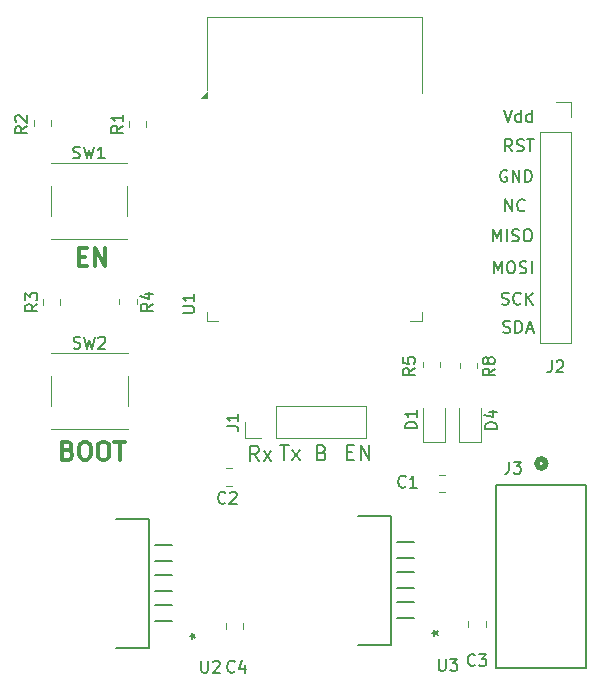
<source format=gto>
%TF.GenerationSoftware,KiCad,Pcbnew,8.0.0*%
%TF.CreationDate,2024-12-15T14:54:56+05:30*%
%TF.ProjectId,RFID_1,52464944-5f31-42e6-9b69-6361645f7063,rev?*%
%TF.SameCoordinates,Original*%
%TF.FileFunction,Legend,Top*%
%TF.FilePolarity,Positive*%
%FSLAX46Y46*%
G04 Gerber Fmt 4.6, Leading zero omitted, Abs format (unit mm)*
G04 Created by KiCad (PCBNEW 8.0.0) date 2024-12-15 14:54:56*
%MOMM*%
%LPD*%
G01*
G04 APERTURE LIST*
%ADD10C,0.300000*%
%ADD11C,0.127000*%
%ADD12C,0.150000*%
%ADD13C,0.152400*%
%ADD14C,0.508000*%
%ADD15C,0.120000*%
G04 APERTURE END LIST*
D10*
X132654510Y-107590114D02*
X132868796Y-107661542D01*
X132868796Y-107661542D02*
X132940225Y-107732971D01*
X132940225Y-107732971D02*
X133011653Y-107875828D01*
X133011653Y-107875828D02*
X133011653Y-108090114D01*
X133011653Y-108090114D02*
X132940225Y-108232971D01*
X132940225Y-108232971D02*
X132868796Y-108304400D01*
X132868796Y-108304400D02*
X132725939Y-108375828D01*
X132725939Y-108375828D02*
X132154510Y-108375828D01*
X132154510Y-108375828D02*
X132154510Y-106875828D01*
X132154510Y-106875828D02*
X132654510Y-106875828D01*
X132654510Y-106875828D02*
X132797368Y-106947257D01*
X132797368Y-106947257D02*
X132868796Y-107018685D01*
X132868796Y-107018685D02*
X132940225Y-107161542D01*
X132940225Y-107161542D02*
X132940225Y-107304400D01*
X132940225Y-107304400D02*
X132868796Y-107447257D01*
X132868796Y-107447257D02*
X132797368Y-107518685D01*
X132797368Y-107518685D02*
X132654510Y-107590114D01*
X132654510Y-107590114D02*
X132154510Y-107590114D01*
X133940225Y-106875828D02*
X134225939Y-106875828D01*
X134225939Y-106875828D02*
X134368796Y-106947257D01*
X134368796Y-106947257D02*
X134511653Y-107090114D01*
X134511653Y-107090114D02*
X134583082Y-107375828D01*
X134583082Y-107375828D02*
X134583082Y-107875828D01*
X134583082Y-107875828D02*
X134511653Y-108161542D01*
X134511653Y-108161542D02*
X134368796Y-108304400D01*
X134368796Y-108304400D02*
X134225939Y-108375828D01*
X134225939Y-108375828D02*
X133940225Y-108375828D01*
X133940225Y-108375828D02*
X133797368Y-108304400D01*
X133797368Y-108304400D02*
X133654510Y-108161542D01*
X133654510Y-108161542D02*
X133583082Y-107875828D01*
X133583082Y-107875828D02*
X133583082Y-107375828D01*
X133583082Y-107375828D02*
X133654510Y-107090114D01*
X133654510Y-107090114D02*
X133797368Y-106947257D01*
X133797368Y-106947257D02*
X133940225Y-106875828D01*
X135511654Y-106875828D02*
X135797368Y-106875828D01*
X135797368Y-106875828D02*
X135940225Y-106947257D01*
X135940225Y-106947257D02*
X136083082Y-107090114D01*
X136083082Y-107090114D02*
X136154511Y-107375828D01*
X136154511Y-107375828D02*
X136154511Y-107875828D01*
X136154511Y-107875828D02*
X136083082Y-108161542D01*
X136083082Y-108161542D02*
X135940225Y-108304400D01*
X135940225Y-108304400D02*
X135797368Y-108375828D01*
X135797368Y-108375828D02*
X135511654Y-108375828D01*
X135511654Y-108375828D02*
X135368797Y-108304400D01*
X135368797Y-108304400D02*
X135225939Y-108161542D01*
X135225939Y-108161542D02*
X135154511Y-107875828D01*
X135154511Y-107875828D02*
X135154511Y-107375828D01*
X135154511Y-107375828D02*
X135225939Y-107090114D01*
X135225939Y-107090114D02*
X135368797Y-106947257D01*
X135368797Y-106947257D02*
X135511654Y-106875828D01*
X136583083Y-106875828D02*
X137440226Y-106875828D01*
X137011654Y-108375828D02*
X137011654Y-106875828D01*
X133554510Y-91190114D02*
X134054510Y-91190114D01*
X134268796Y-91975828D02*
X133554510Y-91975828D01*
X133554510Y-91975828D02*
X133554510Y-90475828D01*
X133554510Y-90475828D02*
X134268796Y-90475828D01*
X134911653Y-91975828D02*
X134911653Y-90475828D01*
X134911653Y-90475828D02*
X135768796Y-91975828D01*
X135768796Y-91975828D02*
X135768796Y-90475828D01*
D11*
X150604504Y-107142972D02*
X151330218Y-107142972D01*
X150967361Y-108412972D02*
X150967361Y-107142972D01*
X151632599Y-108412972D02*
X152297837Y-107566305D01*
X151632599Y-107566305D02*
X152297837Y-108412972D01*
X169807647Y-83901437D02*
X169710885Y-83853056D01*
X169710885Y-83853056D02*
X169565742Y-83853056D01*
X169565742Y-83853056D02*
X169420599Y-83901437D01*
X169420599Y-83901437D02*
X169323837Y-83998199D01*
X169323837Y-83998199D02*
X169275456Y-84094961D01*
X169275456Y-84094961D02*
X169227075Y-84288485D01*
X169227075Y-84288485D02*
X169227075Y-84433628D01*
X169227075Y-84433628D02*
X169275456Y-84627152D01*
X169275456Y-84627152D02*
X169323837Y-84723914D01*
X169323837Y-84723914D02*
X169420599Y-84820676D01*
X169420599Y-84820676D02*
X169565742Y-84869056D01*
X169565742Y-84869056D02*
X169662504Y-84869056D01*
X169662504Y-84869056D02*
X169807647Y-84820676D01*
X169807647Y-84820676D02*
X169856028Y-84772295D01*
X169856028Y-84772295D02*
X169856028Y-84433628D01*
X169856028Y-84433628D02*
X169662504Y-84433628D01*
X170291456Y-84869056D02*
X170291456Y-83853056D01*
X170291456Y-83853056D02*
X170872028Y-84869056D01*
X170872028Y-84869056D02*
X170872028Y-83853056D01*
X171355837Y-84869056D02*
X171355837Y-83853056D01*
X171355837Y-83853056D02*
X171597742Y-83853056D01*
X171597742Y-83853056D02*
X171742885Y-83901437D01*
X171742885Y-83901437D02*
X171839647Y-83998199D01*
X171839647Y-83998199D02*
X171888028Y-84094961D01*
X171888028Y-84094961D02*
X171936409Y-84288485D01*
X171936409Y-84288485D02*
X171936409Y-84433628D01*
X171936409Y-84433628D02*
X171888028Y-84627152D01*
X171888028Y-84627152D02*
X171839647Y-84723914D01*
X171839647Y-84723914D02*
X171742885Y-84820676D01*
X171742885Y-84820676D02*
X171597742Y-84869056D01*
X171597742Y-84869056D02*
X171355837Y-84869056D01*
X169502075Y-97595676D02*
X169647218Y-97644056D01*
X169647218Y-97644056D02*
X169889123Y-97644056D01*
X169889123Y-97644056D02*
X169985885Y-97595676D01*
X169985885Y-97595676D02*
X170034266Y-97547295D01*
X170034266Y-97547295D02*
X170082647Y-97450533D01*
X170082647Y-97450533D02*
X170082647Y-97353771D01*
X170082647Y-97353771D02*
X170034266Y-97257009D01*
X170034266Y-97257009D02*
X169985885Y-97208628D01*
X169985885Y-97208628D02*
X169889123Y-97160247D01*
X169889123Y-97160247D02*
X169695599Y-97111866D01*
X169695599Y-97111866D02*
X169598837Y-97063485D01*
X169598837Y-97063485D02*
X169550456Y-97015104D01*
X169550456Y-97015104D02*
X169502075Y-96918342D01*
X169502075Y-96918342D02*
X169502075Y-96821580D01*
X169502075Y-96821580D02*
X169550456Y-96724818D01*
X169550456Y-96724818D02*
X169598837Y-96676437D01*
X169598837Y-96676437D02*
X169695599Y-96628056D01*
X169695599Y-96628056D02*
X169937504Y-96628056D01*
X169937504Y-96628056D02*
X170082647Y-96676437D01*
X170518075Y-97644056D02*
X170518075Y-96628056D01*
X170518075Y-96628056D02*
X170759980Y-96628056D01*
X170759980Y-96628056D02*
X170905123Y-96676437D01*
X170905123Y-96676437D02*
X171001885Y-96773199D01*
X171001885Y-96773199D02*
X171050266Y-96869961D01*
X171050266Y-96869961D02*
X171098647Y-97063485D01*
X171098647Y-97063485D02*
X171098647Y-97208628D01*
X171098647Y-97208628D02*
X171050266Y-97402152D01*
X171050266Y-97402152D02*
X171001885Y-97498914D01*
X171001885Y-97498914D02*
X170905123Y-97595676D01*
X170905123Y-97595676D02*
X170759980Y-97644056D01*
X170759980Y-97644056D02*
X170518075Y-97644056D01*
X171485694Y-97353771D02*
X171969504Y-97353771D01*
X171388932Y-97644056D02*
X171727599Y-96628056D01*
X171727599Y-96628056D02*
X172066266Y-97644056D01*
X169530313Y-78778056D02*
X169868980Y-79794056D01*
X169868980Y-79794056D02*
X170207647Y-78778056D01*
X170981742Y-79794056D02*
X170981742Y-78778056D01*
X170981742Y-79745676D02*
X170884980Y-79794056D01*
X170884980Y-79794056D02*
X170691456Y-79794056D01*
X170691456Y-79794056D02*
X170594694Y-79745676D01*
X170594694Y-79745676D02*
X170546313Y-79697295D01*
X170546313Y-79697295D02*
X170497932Y-79600533D01*
X170497932Y-79600533D02*
X170497932Y-79310247D01*
X170497932Y-79310247D02*
X170546313Y-79213485D01*
X170546313Y-79213485D02*
X170594694Y-79165104D01*
X170594694Y-79165104D02*
X170691456Y-79116723D01*
X170691456Y-79116723D02*
X170884980Y-79116723D01*
X170884980Y-79116723D02*
X170981742Y-79165104D01*
X171900980Y-79794056D02*
X171900980Y-78778056D01*
X171900980Y-79745676D02*
X171804218Y-79794056D01*
X171804218Y-79794056D02*
X171610694Y-79794056D01*
X171610694Y-79794056D02*
X171513932Y-79745676D01*
X171513932Y-79745676D02*
X171465551Y-79697295D01*
X171465551Y-79697295D02*
X171417170Y-79600533D01*
X171417170Y-79600533D02*
X171417170Y-79310247D01*
X171417170Y-79310247D02*
X171465551Y-79213485D01*
X171465551Y-79213485D02*
X171513932Y-79165104D01*
X171513932Y-79165104D02*
X171610694Y-79116723D01*
X171610694Y-79116723D02*
X171804218Y-79116723D01*
X171804218Y-79116723D02*
X171900980Y-79165104D01*
X156285932Y-107722734D02*
X156709266Y-107722734D01*
X156890694Y-108387972D02*
X156285932Y-108387972D01*
X156285932Y-108387972D02*
X156285932Y-107117972D01*
X156285932Y-107117972D02*
X156890694Y-107117972D01*
X157434980Y-108387972D02*
X157434980Y-107117972D01*
X157434980Y-107117972D02*
X158160695Y-108387972D01*
X158160695Y-108387972D02*
X158160695Y-107117972D01*
X169675456Y-87344056D02*
X169675456Y-86328056D01*
X169675456Y-86328056D02*
X170256028Y-87344056D01*
X170256028Y-87344056D02*
X170256028Y-86328056D01*
X171320409Y-87247295D02*
X171272028Y-87295676D01*
X171272028Y-87295676D02*
X171126885Y-87344056D01*
X171126885Y-87344056D02*
X171030123Y-87344056D01*
X171030123Y-87344056D02*
X170884980Y-87295676D01*
X170884980Y-87295676D02*
X170788218Y-87198914D01*
X170788218Y-87198914D02*
X170739837Y-87102152D01*
X170739837Y-87102152D02*
X170691456Y-86908628D01*
X170691456Y-86908628D02*
X170691456Y-86763485D01*
X170691456Y-86763485D02*
X170739837Y-86569961D01*
X170739837Y-86569961D02*
X170788218Y-86473199D01*
X170788218Y-86473199D02*
X170884980Y-86376437D01*
X170884980Y-86376437D02*
X171030123Y-86328056D01*
X171030123Y-86328056D02*
X171126885Y-86328056D01*
X171126885Y-86328056D02*
X171272028Y-86376437D01*
X171272028Y-86376437D02*
X171320409Y-86424818D01*
X170256028Y-82269056D02*
X169917361Y-81785247D01*
X169675456Y-82269056D02*
X169675456Y-81253056D01*
X169675456Y-81253056D02*
X170062504Y-81253056D01*
X170062504Y-81253056D02*
X170159266Y-81301437D01*
X170159266Y-81301437D02*
X170207647Y-81349818D01*
X170207647Y-81349818D02*
X170256028Y-81446580D01*
X170256028Y-81446580D02*
X170256028Y-81591723D01*
X170256028Y-81591723D02*
X170207647Y-81688485D01*
X170207647Y-81688485D02*
X170159266Y-81736866D01*
X170159266Y-81736866D02*
X170062504Y-81785247D01*
X170062504Y-81785247D02*
X169675456Y-81785247D01*
X170643075Y-82220676D02*
X170788218Y-82269056D01*
X170788218Y-82269056D02*
X171030123Y-82269056D01*
X171030123Y-82269056D02*
X171126885Y-82220676D01*
X171126885Y-82220676D02*
X171175266Y-82172295D01*
X171175266Y-82172295D02*
X171223647Y-82075533D01*
X171223647Y-82075533D02*
X171223647Y-81978771D01*
X171223647Y-81978771D02*
X171175266Y-81882009D01*
X171175266Y-81882009D02*
X171126885Y-81833628D01*
X171126885Y-81833628D02*
X171030123Y-81785247D01*
X171030123Y-81785247D02*
X170836599Y-81736866D01*
X170836599Y-81736866D02*
X170739837Y-81688485D01*
X170739837Y-81688485D02*
X170691456Y-81640104D01*
X170691456Y-81640104D02*
X170643075Y-81543342D01*
X170643075Y-81543342D02*
X170643075Y-81446580D01*
X170643075Y-81446580D02*
X170691456Y-81349818D01*
X170691456Y-81349818D02*
X170739837Y-81301437D01*
X170739837Y-81301437D02*
X170836599Y-81253056D01*
X170836599Y-81253056D02*
X171078504Y-81253056D01*
X171078504Y-81253056D02*
X171223647Y-81301437D01*
X171513932Y-81253056D02*
X172094504Y-81253056D01*
X171804218Y-82269056D02*
X171804218Y-81253056D01*
X169377075Y-95195676D02*
X169522218Y-95244056D01*
X169522218Y-95244056D02*
X169764123Y-95244056D01*
X169764123Y-95244056D02*
X169860885Y-95195676D01*
X169860885Y-95195676D02*
X169909266Y-95147295D01*
X169909266Y-95147295D02*
X169957647Y-95050533D01*
X169957647Y-95050533D02*
X169957647Y-94953771D01*
X169957647Y-94953771D02*
X169909266Y-94857009D01*
X169909266Y-94857009D02*
X169860885Y-94808628D01*
X169860885Y-94808628D02*
X169764123Y-94760247D01*
X169764123Y-94760247D02*
X169570599Y-94711866D01*
X169570599Y-94711866D02*
X169473837Y-94663485D01*
X169473837Y-94663485D02*
X169425456Y-94615104D01*
X169425456Y-94615104D02*
X169377075Y-94518342D01*
X169377075Y-94518342D02*
X169377075Y-94421580D01*
X169377075Y-94421580D02*
X169425456Y-94324818D01*
X169425456Y-94324818D02*
X169473837Y-94276437D01*
X169473837Y-94276437D02*
X169570599Y-94228056D01*
X169570599Y-94228056D02*
X169812504Y-94228056D01*
X169812504Y-94228056D02*
X169957647Y-94276437D01*
X170973647Y-95147295D02*
X170925266Y-95195676D01*
X170925266Y-95195676D02*
X170780123Y-95244056D01*
X170780123Y-95244056D02*
X170683361Y-95244056D01*
X170683361Y-95244056D02*
X170538218Y-95195676D01*
X170538218Y-95195676D02*
X170441456Y-95098914D01*
X170441456Y-95098914D02*
X170393075Y-95002152D01*
X170393075Y-95002152D02*
X170344694Y-94808628D01*
X170344694Y-94808628D02*
X170344694Y-94663485D01*
X170344694Y-94663485D02*
X170393075Y-94469961D01*
X170393075Y-94469961D02*
X170441456Y-94373199D01*
X170441456Y-94373199D02*
X170538218Y-94276437D01*
X170538218Y-94276437D02*
X170683361Y-94228056D01*
X170683361Y-94228056D02*
X170780123Y-94228056D01*
X170780123Y-94228056D02*
X170925266Y-94276437D01*
X170925266Y-94276437D02*
X170973647Y-94324818D01*
X171409075Y-95244056D02*
X171409075Y-94228056D01*
X171989647Y-95244056D02*
X171554218Y-94663485D01*
X171989647Y-94228056D02*
X171409075Y-94808628D01*
X168650456Y-89894056D02*
X168650456Y-88878056D01*
X168650456Y-88878056D02*
X168989123Y-89603771D01*
X168989123Y-89603771D02*
X169327790Y-88878056D01*
X169327790Y-88878056D02*
X169327790Y-89894056D01*
X169811599Y-89894056D02*
X169811599Y-88878056D01*
X170247028Y-89845676D02*
X170392171Y-89894056D01*
X170392171Y-89894056D02*
X170634076Y-89894056D01*
X170634076Y-89894056D02*
X170730838Y-89845676D01*
X170730838Y-89845676D02*
X170779219Y-89797295D01*
X170779219Y-89797295D02*
X170827600Y-89700533D01*
X170827600Y-89700533D02*
X170827600Y-89603771D01*
X170827600Y-89603771D02*
X170779219Y-89507009D01*
X170779219Y-89507009D02*
X170730838Y-89458628D01*
X170730838Y-89458628D02*
X170634076Y-89410247D01*
X170634076Y-89410247D02*
X170440552Y-89361866D01*
X170440552Y-89361866D02*
X170343790Y-89313485D01*
X170343790Y-89313485D02*
X170295409Y-89265104D01*
X170295409Y-89265104D02*
X170247028Y-89168342D01*
X170247028Y-89168342D02*
X170247028Y-89071580D01*
X170247028Y-89071580D02*
X170295409Y-88974818D01*
X170295409Y-88974818D02*
X170343790Y-88926437D01*
X170343790Y-88926437D02*
X170440552Y-88878056D01*
X170440552Y-88878056D02*
X170682457Y-88878056D01*
X170682457Y-88878056D02*
X170827600Y-88926437D01*
X171456552Y-88878056D02*
X171650076Y-88878056D01*
X171650076Y-88878056D02*
X171746838Y-88926437D01*
X171746838Y-88926437D02*
X171843600Y-89023199D01*
X171843600Y-89023199D02*
X171891981Y-89216723D01*
X171891981Y-89216723D02*
X171891981Y-89555390D01*
X171891981Y-89555390D02*
X171843600Y-89748914D01*
X171843600Y-89748914D02*
X171746838Y-89845676D01*
X171746838Y-89845676D02*
X171650076Y-89894056D01*
X171650076Y-89894056D02*
X171456552Y-89894056D01*
X171456552Y-89894056D02*
X171359790Y-89845676D01*
X171359790Y-89845676D02*
X171263028Y-89748914D01*
X171263028Y-89748914D02*
X171214647Y-89555390D01*
X171214647Y-89555390D02*
X171214647Y-89216723D01*
X171214647Y-89216723D02*
X171263028Y-89023199D01*
X171263028Y-89023199D02*
X171359790Y-88926437D01*
X171359790Y-88926437D02*
X171456552Y-88878056D01*
X168700456Y-92594056D02*
X168700456Y-91578056D01*
X168700456Y-91578056D02*
X169039123Y-92303771D01*
X169039123Y-92303771D02*
X169377790Y-91578056D01*
X169377790Y-91578056D02*
X169377790Y-92594056D01*
X170055123Y-91578056D02*
X170248647Y-91578056D01*
X170248647Y-91578056D02*
X170345409Y-91626437D01*
X170345409Y-91626437D02*
X170442171Y-91723199D01*
X170442171Y-91723199D02*
X170490552Y-91916723D01*
X170490552Y-91916723D02*
X170490552Y-92255390D01*
X170490552Y-92255390D02*
X170442171Y-92448914D01*
X170442171Y-92448914D02*
X170345409Y-92545676D01*
X170345409Y-92545676D02*
X170248647Y-92594056D01*
X170248647Y-92594056D02*
X170055123Y-92594056D01*
X170055123Y-92594056D02*
X169958361Y-92545676D01*
X169958361Y-92545676D02*
X169861599Y-92448914D01*
X169861599Y-92448914D02*
X169813218Y-92255390D01*
X169813218Y-92255390D02*
X169813218Y-91916723D01*
X169813218Y-91916723D02*
X169861599Y-91723199D01*
X169861599Y-91723199D02*
X169958361Y-91626437D01*
X169958361Y-91626437D02*
X170055123Y-91578056D01*
X170877599Y-92545676D02*
X171022742Y-92594056D01*
X171022742Y-92594056D02*
X171264647Y-92594056D01*
X171264647Y-92594056D02*
X171361409Y-92545676D01*
X171361409Y-92545676D02*
X171409790Y-92497295D01*
X171409790Y-92497295D02*
X171458171Y-92400533D01*
X171458171Y-92400533D02*
X171458171Y-92303771D01*
X171458171Y-92303771D02*
X171409790Y-92207009D01*
X171409790Y-92207009D02*
X171361409Y-92158628D01*
X171361409Y-92158628D02*
X171264647Y-92110247D01*
X171264647Y-92110247D02*
X171071123Y-92061866D01*
X171071123Y-92061866D02*
X170974361Y-92013485D01*
X170974361Y-92013485D02*
X170925980Y-91965104D01*
X170925980Y-91965104D02*
X170877599Y-91868342D01*
X170877599Y-91868342D02*
X170877599Y-91771580D01*
X170877599Y-91771580D02*
X170925980Y-91674818D01*
X170925980Y-91674818D02*
X170974361Y-91626437D01*
X170974361Y-91626437D02*
X171071123Y-91578056D01*
X171071123Y-91578056D02*
X171313028Y-91578056D01*
X171313028Y-91578056D02*
X171458171Y-91626437D01*
X171893599Y-92594056D02*
X171893599Y-91578056D01*
X148786647Y-108462972D02*
X148363313Y-107858210D01*
X148060932Y-108462972D02*
X148060932Y-107192972D01*
X148060932Y-107192972D02*
X148544742Y-107192972D01*
X148544742Y-107192972D02*
X148665694Y-107253448D01*
X148665694Y-107253448D02*
X148726171Y-107313924D01*
X148726171Y-107313924D02*
X148786647Y-107434876D01*
X148786647Y-107434876D02*
X148786647Y-107616305D01*
X148786647Y-107616305D02*
X148726171Y-107737257D01*
X148726171Y-107737257D02*
X148665694Y-107797734D01*
X148665694Y-107797734D02*
X148544742Y-107858210D01*
X148544742Y-107858210D02*
X148060932Y-107858210D01*
X149209980Y-108462972D02*
X149875218Y-107616305D01*
X149209980Y-107616305D02*
X149875218Y-108462972D01*
X154134266Y-107772734D02*
X154315694Y-107833210D01*
X154315694Y-107833210D02*
X154376171Y-107893686D01*
X154376171Y-107893686D02*
X154436647Y-108014638D01*
X154436647Y-108014638D02*
X154436647Y-108196067D01*
X154436647Y-108196067D02*
X154376171Y-108317019D01*
X154376171Y-108317019D02*
X154315694Y-108377496D01*
X154315694Y-108377496D02*
X154194742Y-108437972D01*
X154194742Y-108437972D02*
X153710932Y-108437972D01*
X153710932Y-108437972D02*
X153710932Y-107167972D01*
X153710932Y-107167972D02*
X154134266Y-107167972D01*
X154134266Y-107167972D02*
X154255218Y-107228448D01*
X154255218Y-107228448D02*
X154315694Y-107288924D01*
X154315694Y-107288924D02*
X154376171Y-107409876D01*
X154376171Y-107409876D02*
X154376171Y-107530829D01*
X154376171Y-107530829D02*
X154315694Y-107651781D01*
X154315694Y-107651781D02*
X154255218Y-107712257D01*
X154255218Y-107712257D02*
X154134266Y-107772734D01*
X154134266Y-107772734D02*
X153710932Y-107772734D01*
D12*
X164045795Y-125248819D02*
X164045795Y-126058342D01*
X164045795Y-126058342D02*
X164093414Y-126153580D01*
X164093414Y-126153580D02*
X164141033Y-126201200D01*
X164141033Y-126201200D02*
X164236271Y-126248819D01*
X164236271Y-126248819D02*
X164426747Y-126248819D01*
X164426747Y-126248819D02*
X164521985Y-126201200D01*
X164521985Y-126201200D02*
X164569604Y-126153580D01*
X164569604Y-126153580D02*
X164617223Y-126058342D01*
X164617223Y-126058342D02*
X164617223Y-125248819D01*
X164998176Y-125248819D02*
X165617223Y-125248819D01*
X165617223Y-125248819D02*
X165283890Y-125629771D01*
X165283890Y-125629771D02*
X165426747Y-125629771D01*
X165426747Y-125629771D02*
X165521985Y-125677390D01*
X165521985Y-125677390D02*
X165569604Y-125725009D01*
X165569604Y-125725009D02*
X165617223Y-125820247D01*
X165617223Y-125820247D02*
X165617223Y-126058342D01*
X165617223Y-126058342D02*
X165569604Y-126153580D01*
X165569604Y-126153580D02*
X165521985Y-126201200D01*
X165521985Y-126201200D02*
X165426747Y-126248819D01*
X165426747Y-126248819D02*
X165141033Y-126248819D01*
X165141033Y-126248819D02*
X165045795Y-126201200D01*
X165045795Y-126201200D02*
X164998176Y-126153580D01*
X163505119Y-123044999D02*
X163743214Y-123044999D01*
X163647976Y-123283094D02*
X163743214Y-123044999D01*
X163743214Y-123044999D02*
X163647976Y-122806904D01*
X163933690Y-123187856D02*
X163743214Y-123044999D01*
X163743214Y-123044999D02*
X163933690Y-122902142D01*
X163505119Y-123044999D02*
X163743214Y-123044999D01*
X163647976Y-123283094D02*
X163743214Y-123044999D01*
X163743214Y-123044999D02*
X163647976Y-122806904D01*
X163933690Y-123187856D02*
X163743214Y-123044999D01*
X163743214Y-123044999D02*
X163933690Y-122902142D01*
X169991666Y-108554819D02*
X169991666Y-109269104D01*
X169991666Y-109269104D02*
X169944047Y-109411961D01*
X169944047Y-109411961D02*
X169848809Y-109507200D01*
X169848809Y-109507200D02*
X169705952Y-109554819D01*
X169705952Y-109554819D02*
X169610714Y-109554819D01*
X170372619Y-108554819D02*
X170991666Y-108554819D01*
X170991666Y-108554819D02*
X170658333Y-108935771D01*
X170658333Y-108935771D02*
X170801190Y-108935771D01*
X170801190Y-108935771D02*
X170896428Y-108983390D01*
X170896428Y-108983390D02*
X170944047Y-109031009D01*
X170944047Y-109031009D02*
X170991666Y-109126247D01*
X170991666Y-109126247D02*
X170991666Y-109364342D01*
X170991666Y-109364342D02*
X170944047Y-109459580D01*
X170944047Y-109459580D02*
X170896428Y-109507200D01*
X170896428Y-109507200D02*
X170801190Y-109554819D01*
X170801190Y-109554819D02*
X170515476Y-109554819D01*
X170515476Y-109554819D02*
X170420238Y-109507200D01*
X170420238Y-109507200D02*
X170372619Y-109459580D01*
X130046619Y-95204066D02*
X129570428Y-95537399D01*
X130046619Y-95775494D02*
X129046619Y-95775494D01*
X129046619Y-95775494D02*
X129046619Y-95394542D01*
X129046619Y-95394542D02*
X129094238Y-95299304D01*
X129094238Y-95299304D02*
X129141857Y-95251685D01*
X129141857Y-95251685D02*
X129237095Y-95204066D01*
X129237095Y-95204066D02*
X129379952Y-95204066D01*
X129379952Y-95204066D02*
X129475190Y-95251685D01*
X129475190Y-95251685D02*
X129522809Y-95299304D01*
X129522809Y-95299304D02*
X129570428Y-95394542D01*
X129570428Y-95394542D02*
X129570428Y-95775494D01*
X129046619Y-94870732D02*
X129046619Y-94251685D01*
X129046619Y-94251685D02*
X129427571Y-94585018D01*
X129427571Y-94585018D02*
X129427571Y-94442161D01*
X129427571Y-94442161D02*
X129475190Y-94346923D01*
X129475190Y-94346923D02*
X129522809Y-94299304D01*
X129522809Y-94299304D02*
X129618047Y-94251685D01*
X129618047Y-94251685D02*
X129856142Y-94251685D01*
X129856142Y-94251685D02*
X129951380Y-94299304D01*
X129951380Y-94299304D02*
X129999000Y-94346923D01*
X129999000Y-94346923D02*
X130046619Y-94442161D01*
X130046619Y-94442161D02*
X130046619Y-94727875D01*
X130046619Y-94727875D02*
X129999000Y-94823113D01*
X129999000Y-94823113D02*
X129951380Y-94870732D01*
X167093334Y-125744579D02*
X167045715Y-125792199D01*
X167045715Y-125792199D02*
X166902858Y-125839818D01*
X166902858Y-125839818D02*
X166807620Y-125839818D01*
X166807620Y-125839818D02*
X166664763Y-125792199D01*
X166664763Y-125792199D02*
X166569525Y-125696960D01*
X166569525Y-125696960D02*
X166521906Y-125601722D01*
X166521906Y-125601722D02*
X166474287Y-125411246D01*
X166474287Y-125411246D02*
X166474287Y-125268389D01*
X166474287Y-125268389D02*
X166521906Y-125077913D01*
X166521906Y-125077913D02*
X166569525Y-124982675D01*
X166569525Y-124982675D02*
X166664763Y-124887437D01*
X166664763Y-124887437D02*
X166807620Y-124839818D01*
X166807620Y-124839818D02*
X166902858Y-124839818D01*
X166902858Y-124839818D02*
X167045715Y-124887437D01*
X167045715Y-124887437D02*
X167093334Y-124935056D01*
X167426668Y-124839818D02*
X168045715Y-124839818D01*
X168045715Y-124839818D02*
X167712382Y-125220770D01*
X167712382Y-125220770D02*
X167855239Y-125220770D01*
X167855239Y-125220770D02*
X167950477Y-125268389D01*
X167950477Y-125268389D02*
X167998096Y-125316008D01*
X167998096Y-125316008D02*
X168045715Y-125411246D01*
X168045715Y-125411246D02*
X168045715Y-125649341D01*
X168045715Y-125649341D02*
X167998096Y-125744579D01*
X167998096Y-125744579D02*
X167950477Y-125792199D01*
X167950477Y-125792199D02*
X167855239Y-125839818D01*
X167855239Y-125839818D02*
X167569525Y-125839818D01*
X167569525Y-125839818D02*
X167474287Y-125792199D01*
X167474287Y-125792199D02*
X167426668Y-125744579D01*
X146758333Y-126309580D02*
X146710714Y-126357200D01*
X146710714Y-126357200D02*
X146567857Y-126404819D01*
X146567857Y-126404819D02*
X146472619Y-126404819D01*
X146472619Y-126404819D02*
X146329762Y-126357200D01*
X146329762Y-126357200D02*
X146234524Y-126261961D01*
X146234524Y-126261961D02*
X146186905Y-126166723D01*
X146186905Y-126166723D02*
X146139286Y-125976247D01*
X146139286Y-125976247D02*
X146139286Y-125833390D01*
X146139286Y-125833390D02*
X146186905Y-125642914D01*
X146186905Y-125642914D02*
X146234524Y-125547676D01*
X146234524Y-125547676D02*
X146329762Y-125452438D01*
X146329762Y-125452438D02*
X146472619Y-125404819D01*
X146472619Y-125404819D02*
X146567857Y-125404819D01*
X146567857Y-125404819D02*
X146710714Y-125452438D01*
X146710714Y-125452438D02*
X146758333Y-125500057D01*
X147615476Y-125738152D02*
X147615476Y-126404819D01*
X147377381Y-125357200D02*
X147139286Y-126071485D01*
X147139286Y-126071485D02*
X147758333Y-126071485D01*
X139823619Y-95178666D02*
X139347428Y-95511999D01*
X139823619Y-95750094D02*
X138823619Y-95750094D01*
X138823619Y-95750094D02*
X138823619Y-95369142D01*
X138823619Y-95369142D02*
X138871238Y-95273904D01*
X138871238Y-95273904D02*
X138918857Y-95226285D01*
X138918857Y-95226285D02*
X139014095Y-95178666D01*
X139014095Y-95178666D02*
X139156952Y-95178666D01*
X139156952Y-95178666D02*
X139252190Y-95226285D01*
X139252190Y-95226285D02*
X139299809Y-95273904D01*
X139299809Y-95273904D02*
X139347428Y-95369142D01*
X139347428Y-95369142D02*
X139347428Y-95750094D01*
X139156952Y-94321523D02*
X139823619Y-94321523D01*
X138776000Y-94559618D02*
X139490285Y-94797713D01*
X139490285Y-94797713D02*
X139490285Y-94178666D01*
X133096267Y-82829400D02*
X133239124Y-82877019D01*
X133239124Y-82877019D02*
X133477219Y-82877019D01*
X133477219Y-82877019D02*
X133572457Y-82829400D01*
X133572457Y-82829400D02*
X133620076Y-82781780D01*
X133620076Y-82781780D02*
X133667695Y-82686542D01*
X133667695Y-82686542D02*
X133667695Y-82591304D01*
X133667695Y-82591304D02*
X133620076Y-82496066D01*
X133620076Y-82496066D02*
X133572457Y-82448447D01*
X133572457Y-82448447D02*
X133477219Y-82400828D01*
X133477219Y-82400828D02*
X133286743Y-82353209D01*
X133286743Y-82353209D02*
X133191505Y-82305590D01*
X133191505Y-82305590D02*
X133143886Y-82257971D01*
X133143886Y-82257971D02*
X133096267Y-82162733D01*
X133096267Y-82162733D02*
X133096267Y-82067495D01*
X133096267Y-82067495D02*
X133143886Y-81972257D01*
X133143886Y-81972257D02*
X133191505Y-81924638D01*
X133191505Y-81924638D02*
X133286743Y-81877019D01*
X133286743Y-81877019D02*
X133524838Y-81877019D01*
X133524838Y-81877019D02*
X133667695Y-81924638D01*
X134001029Y-81877019D02*
X134239124Y-82877019D01*
X134239124Y-82877019D02*
X134429600Y-82162733D01*
X134429600Y-82162733D02*
X134620076Y-82877019D01*
X134620076Y-82877019D02*
X134858172Y-81877019D01*
X135762933Y-82877019D02*
X135191505Y-82877019D01*
X135477219Y-82877019D02*
X135477219Y-81877019D01*
X135477219Y-81877019D02*
X135381981Y-82019876D01*
X135381981Y-82019876D02*
X135286743Y-82115114D01*
X135286743Y-82115114D02*
X135191505Y-82162733D01*
X129179819Y-80166666D02*
X128703628Y-80499999D01*
X129179819Y-80738094D02*
X128179819Y-80738094D01*
X128179819Y-80738094D02*
X128179819Y-80357142D01*
X128179819Y-80357142D02*
X128227438Y-80261904D01*
X128227438Y-80261904D02*
X128275057Y-80214285D01*
X128275057Y-80214285D02*
X128370295Y-80166666D01*
X128370295Y-80166666D02*
X128513152Y-80166666D01*
X128513152Y-80166666D02*
X128608390Y-80214285D01*
X128608390Y-80214285D02*
X128656009Y-80261904D01*
X128656009Y-80261904D02*
X128703628Y-80357142D01*
X128703628Y-80357142D02*
X128703628Y-80738094D01*
X128275057Y-79785713D02*
X128227438Y-79738094D01*
X128227438Y-79738094D02*
X128179819Y-79642856D01*
X128179819Y-79642856D02*
X128179819Y-79404761D01*
X128179819Y-79404761D02*
X128227438Y-79309523D01*
X128227438Y-79309523D02*
X128275057Y-79261904D01*
X128275057Y-79261904D02*
X128370295Y-79214285D01*
X128370295Y-79214285D02*
X128465533Y-79214285D01*
X128465533Y-79214285D02*
X128608390Y-79261904D01*
X128608390Y-79261904D02*
X129179819Y-79833332D01*
X129179819Y-79833332D02*
X129179819Y-79214285D01*
X161230833Y-110639580D02*
X161183214Y-110687200D01*
X161183214Y-110687200D02*
X161040357Y-110734819D01*
X161040357Y-110734819D02*
X160945119Y-110734819D01*
X160945119Y-110734819D02*
X160802262Y-110687200D01*
X160802262Y-110687200D02*
X160707024Y-110591961D01*
X160707024Y-110591961D02*
X160659405Y-110496723D01*
X160659405Y-110496723D02*
X160611786Y-110306247D01*
X160611786Y-110306247D02*
X160611786Y-110163390D01*
X160611786Y-110163390D02*
X160659405Y-109972914D01*
X160659405Y-109972914D02*
X160707024Y-109877676D01*
X160707024Y-109877676D02*
X160802262Y-109782438D01*
X160802262Y-109782438D02*
X160945119Y-109734819D01*
X160945119Y-109734819D02*
X161040357Y-109734819D01*
X161040357Y-109734819D02*
X161183214Y-109782438D01*
X161183214Y-109782438D02*
X161230833Y-109830057D01*
X162183214Y-110734819D02*
X161611786Y-110734819D01*
X161897500Y-110734819D02*
X161897500Y-109734819D01*
X161897500Y-109734819D02*
X161802262Y-109877676D01*
X161802262Y-109877676D02*
X161707024Y-109972914D01*
X161707024Y-109972914D02*
X161611786Y-110020533D01*
X168954819Y-105758094D02*
X167954819Y-105758094D01*
X167954819Y-105758094D02*
X167954819Y-105519999D01*
X167954819Y-105519999D02*
X168002438Y-105377142D01*
X168002438Y-105377142D02*
X168097676Y-105281904D01*
X168097676Y-105281904D02*
X168192914Y-105234285D01*
X168192914Y-105234285D02*
X168383390Y-105186666D01*
X168383390Y-105186666D02*
X168526247Y-105186666D01*
X168526247Y-105186666D02*
X168716723Y-105234285D01*
X168716723Y-105234285D02*
X168811961Y-105281904D01*
X168811961Y-105281904D02*
X168907200Y-105377142D01*
X168907200Y-105377142D02*
X168954819Y-105519999D01*
X168954819Y-105519999D02*
X168954819Y-105758094D01*
X168288152Y-104329523D02*
X168954819Y-104329523D01*
X167907200Y-104567618D02*
X168621485Y-104805713D01*
X168621485Y-104805713D02*
X168621485Y-104186666D01*
X146080419Y-105530133D02*
X146794704Y-105530133D01*
X146794704Y-105530133D02*
X146937561Y-105577752D01*
X146937561Y-105577752D02*
X147032800Y-105672990D01*
X147032800Y-105672990D02*
X147080419Y-105815847D01*
X147080419Y-105815847D02*
X147080419Y-105911085D01*
X147080419Y-104530133D02*
X147080419Y-105101561D01*
X147080419Y-104815847D02*
X146080419Y-104815847D01*
X146080419Y-104815847D02*
X146223276Y-104911085D01*
X146223276Y-104911085D02*
X146318514Y-105006323D01*
X146318514Y-105006323D02*
X146366133Y-105101561D01*
X145983333Y-112009580D02*
X145935714Y-112057200D01*
X145935714Y-112057200D02*
X145792857Y-112104819D01*
X145792857Y-112104819D02*
X145697619Y-112104819D01*
X145697619Y-112104819D02*
X145554762Y-112057200D01*
X145554762Y-112057200D02*
X145459524Y-111961961D01*
X145459524Y-111961961D02*
X145411905Y-111866723D01*
X145411905Y-111866723D02*
X145364286Y-111676247D01*
X145364286Y-111676247D02*
X145364286Y-111533390D01*
X145364286Y-111533390D02*
X145411905Y-111342914D01*
X145411905Y-111342914D02*
X145459524Y-111247676D01*
X145459524Y-111247676D02*
X145554762Y-111152438D01*
X145554762Y-111152438D02*
X145697619Y-111104819D01*
X145697619Y-111104819D02*
X145792857Y-111104819D01*
X145792857Y-111104819D02*
X145935714Y-111152438D01*
X145935714Y-111152438D02*
X145983333Y-111200057D01*
X146364286Y-111200057D02*
X146411905Y-111152438D01*
X146411905Y-111152438D02*
X146507143Y-111104819D01*
X146507143Y-111104819D02*
X146745238Y-111104819D01*
X146745238Y-111104819D02*
X146840476Y-111152438D01*
X146840476Y-111152438D02*
X146888095Y-111200057D01*
X146888095Y-111200057D02*
X146935714Y-111295295D01*
X146935714Y-111295295D02*
X146935714Y-111390533D01*
X146935714Y-111390533D02*
X146888095Y-111533390D01*
X146888095Y-111533390D02*
X146316667Y-112104819D01*
X146316667Y-112104819D02*
X146935714Y-112104819D01*
X142350019Y-95953304D02*
X143159542Y-95953304D01*
X143159542Y-95953304D02*
X143254780Y-95905685D01*
X143254780Y-95905685D02*
X143302400Y-95858066D01*
X143302400Y-95858066D02*
X143350019Y-95762828D01*
X143350019Y-95762828D02*
X143350019Y-95572352D01*
X143350019Y-95572352D02*
X143302400Y-95477114D01*
X143302400Y-95477114D02*
X143254780Y-95429495D01*
X143254780Y-95429495D02*
X143159542Y-95381876D01*
X143159542Y-95381876D02*
X142350019Y-95381876D01*
X143350019Y-94381876D02*
X143350019Y-94953304D01*
X143350019Y-94667590D02*
X142350019Y-94667590D01*
X142350019Y-94667590D02*
X142492876Y-94762828D01*
X142492876Y-94762828D02*
X142588114Y-94858066D01*
X142588114Y-94858066D02*
X142635733Y-94953304D01*
X133134267Y-98922400D02*
X133277124Y-98970019D01*
X133277124Y-98970019D02*
X133515219Y-98970019D01*
X133515219Y-98970019D02*
X133610457Y-98922400D01*
X133610457Y-98922400D02*
X133658076Y-98874780D01*
X133658076Y-98874780D02*
X133705695Y-98779542D01*
X133705695Y-98779542D02*
X133705695Y-98684304D01*
X133705695Y-98684304D02*
X133658076Y-98589066D01*
X133658076Y-98589066D02*
X133610457Y-98541447D01*
X133610457Y-98541447D02*
X133515219Y-98493828D01*
X133515219Y-98493828D02*
X133324743Y-98446209D01*
X133324743Y-98446209D02*
X133229505Y-98398590D01*
X133229505Y-98398590D02*
X133181886Y-98350971D01*
X133181886Y-98350971D02*
X133134267Y-98255733D01*
X133134267Y-98255733D02*
X133134267Y-98160495D01*
X133134267Y-98160495D02*
X133181886Y-98065257D01*
X133181886Y-98065257D02*
X133229505Y-98017638D01*
X133229505Y-98017638D02*
X133324743Y-97970019D01*
X133324743Y-97970019D02*
X133562838Y-97970019D01*
X133562838Y-97970019D02*
X133705695Y-98017638D01*
X134039029Y-97970019D02*
X134277124Y-98970019D01*
X134277124Y-98970019D02*
X134467600Y-98255733D01*
X134467600Y-98255733D02*
X134658076Y-98970019D01*
X134658076Y-98970019D02*
X134896172Y-97970019D01*
X135229505Y-98065257D02*
X135277124Y-98017638D01*
X135277124Y-98017638D02*
X135372362Y-97970019D01*
X135372362Y-97970019D02*
X135610457Y-97970019D01*
X135610457Y-97970019D02*
X135705695Y-98017638D01*
X135705695Y-98017638D02*
X135753314Y-98065257D01*
X135753314Y-98065257D02*
X135800933Y-98160495D01*
X135800933Y-98160495D02*
X135800933Y-98255733D01*
X135800933Y-98255733D02*
X135753314Y-98398590D01*
X135753314Y-98398590D02*
X135181886Y-98970019D01*
X135181886Y-98970019D02*
X135800933Y-98970019D01*
X143931495Y-125412219D02*
X143931495Y-126221742D01*
X143931495Y-126221742D02*
X143979114Y-126316980D01*
X143979114Y-126316980D02*
X144026733Y-126364600D01*
X144026733Y-126364600D02*
X144121971Y-126412219D01*
X144121971Y-126412219D02*
X144312447Y-126412219D01*
X144312447Y-126412219D02*
X144407685Y-126364600D01*
X144407685Y-126364600D02*
X144455304Y-126316980D01*
X144455304Y-126316980D02*
X144502923Y-126221742D01*
X144502923Y-126221742D02*
X144502923Y-125412219D01*
X144931495Y-125507457D02*
X144979114Y-125459838D01*
X144979114Y-125459838D02*
X145074352Y-125412219D01*
X145074352Y-125412219D02*
X145312447Y-125412219D01*
X145312447Y-125412219D02*
X145407685Y-125459838D01*
X145407685Y-125459838D02*
X145455304Y-125507457D01*
X145455304Y-125507457D02*
X145502923Y-125602695D01*
X145502923Y-125602695D02*
X145502923Y-125697933D01*
X145502923Y-125697933D02*
X145455304Y-125840790D01*
X145455304Y-125840790D02*
X144883876Y-126412219D01*
X144883876Y-126412219D02*
X145502923Y-126412219D01*
X143000919Y-123294999D02*
X143239014Y-123294999D01*
X143143776Y-123533094D02*
X143239014Y-123294999D01*
X143239014Y-123294999D02*
X143143776Y-123056904D01*
X143429490Y-123437856D02*
X143239014Y-123294999D01*
X143239014Y-123294999D02*
X143429490Y-123152142D01*
X143000919Y-123294999D02*
X143239014Y-123294999D01*
X143143776Y-123533094D02*
X143239014Y-123294999D01*
X143239014Y-123294999D02*
X143143776Y-123056904D01*
X143429490Y-123437856D02*
X143239014Y-123294999D01*
X143239014Y-123294999D02*
X143429490Y-123152142D01*
X162029819Y-100616666D02*
X161553628Y-100949999D01*
X162029819Y-101188094D02*
X161029819Y-101188094D01*
X161029819Y-101188094D02*
X161029819Y-100807142D01*
X161029819Y-100807142D02*
X161077438Y-100711904D01*
X161077438Y-100711904D02*
X161125057Y-100664285D01*
X161125057Y-100664285D02*
X161220295Y-100616666D01*
X161220295Y-100616666D02*
X161363152Y-100616666D01*
X161363152Y-100616666D02*
X161458390Y-100664285D01*
X161458390Y-100664285D02*
X161506009Y-100711904D01*
X161506009Y-100711904D02*
X161553628Y-100807142D01*
X161553628Y-100807142D02*
X161553628Y-101188094D01*
X161029819Y-99711904D02*
X161029819Y-100188094D01*
X161029819Y-100188094D02*
X161506009Y-100235713D01*
X161506009Y-100235713D02*
X161458390Y-100188094D01*
X161458390Y-100188094D02*
X161410771Y-100092856D01*
X161410771Y-100092856D02*
X161410771Y-99854761D01*
X161410771Y-99854761D02*
X161458390Y-99759523D01*
X161458390Y-99759523D02*
X161506009Y-99711904D01*
X161506009Y-99711904D02*
X161601247Y-99664285D01*
X161601247Y-99664285D02*
X161839342Y-99664285D01*
X161839342Y-99664285D02*
X161934580Y-99711904D01*
X161934580Y-99711904D02*
X161982200Y-99759523D01*
X161982200Y-99759523D02*
X162029819Y-99854761D01*
X162029819Y-99854761D02*
X162029819Y-100092856D01*
X162029819Y-100092856D02*
X161982200Y-100188094D01*
X161982200Y-100188094D02*
X161934580Y-100235713D01*
X162179819Y-105738094D02*
X161179819Y-105738094D01*
X161179819Y-105738094D02*
X161179819Y-105499999D01*
X161179819Y-105499999D02*
X161227438Y-105357142D01*
X161227438Y-105357142D02*
X161322676Y-105261904D01*
X161322676Y-105261904D02*
X161417914Y-105214285D01*
X161417914Y-105214285D02*
X161608390Y-105166666D01*
X161608390Y-105166666D02*
X161751247Y-105166666D01*
X161751247Y-105166666D02*
X161941723Y-105214285D01*
X161941723Y-105214285D02*
X162036961Y-105261904D01*
X162036961Y-105261904D02*
X162132200Y-105357142D01*
X162132200Y-105357142D02*
X162179819Y-105499999D01*
X162179819Y-105499999D02*
X162179819Y-105738094D01*
X162179819Y-104214285D02*
X162179819Y-104785713D01*
X162179819Y-104499999D02*
X161179819Y-104499999D01*
X161179819Y-104499999D02*
X161322676Y-104595237D01*
X161322676Y-104595237D02*
X161417914Y-104690475D01*
X161417914Y-104690475D02*
X161465533Y-104785713D01*
X137311019Y-80116466D02*
X136834828Y-80449799D01*
X137311019Y-80687894D02*
X136311019Y-80687894D01*
X136311019Y-80687894D02*
X136311019Y-80306942D01*
X136311019Y-80306942D02*
X136358638Y-80211704D01*
X136358638Y-80211704D02*
X136406257Y-80164085D01*
X136406257Y-80164085D02*
X136501495Y-80116466D01*
X136501495Y-80116466D02*
X136644352Y-80116466D01*
X136644352Y-80116466D02*
X136739590Y-80164085D01*
X136739590Y-80164085D02*
X136787209Y-80211704D01*
X136787209Y-80211704D02*
X136834828Y-80306942D01*
X136834828Y-80306942D02*
X136834828Y-80687894D01*
X137311019Y-79164085D02*
X137311019Y-79735513D01*
X137311019Y-79449799D02*
X136311019Y-79449799D01*
X136311019Y-79449799D02*
X136453876Y-79545037D01*
X136453876Y-79545037D02*
X136549114Y-79640275D01*
X136549114Y-79640275D02*
X136596733Y-79735513D01*
X173591666Y-99979819D02*
X173591666Y-100694104D01*
X173591666Y-100694104D02*
X173544047Y-100836961D01*
X173544047Y-100836961D02*
X173448809Y-100932200D01*
X173448809Y-100932200D02*
X173305952Y-100979819D01*
X173305952Y-100979819D02*
X173210714Y-100979819D01*
X174020238Y-100075057D02*
X174067857Y-100027438D01*
X174067857Y-100027438D02*
X174163095Y-99979819D01*
X174163095Y-99979819D02*
X174401190Y-99979819D01*
X174401190Y-99979819D02*
X174496428Y-100027438D01*
X174496428Y-100027438D02*
X174544047Y-100075057D01*
X174544047Y-100075057D02*
X174591666Y-100170295D01*
X174591666Y-100170295D02*
X174591666Y-100265533D01*
X174591666Y-100265533D02*
X174544047Y-100408390D01*
X174544047Y-100408390D02*
X173972619Y-100979819D01*
X173972619Y-100979819D02*
X174591666Y-100979819D01*
X168779819Y-100666666D02*
X168303628Y-100999999D01*
X168779819Y-101238094D02*
X167779819Y-101238094D01*
X167779819Y-101238094D02*
X167779819Y-100857142D01*
X167779819Y-100857142D02*
X167827438Y-100761904D01*
X167827438Y-100761904D02*
X167875057Y-100714285D01*
X167875057Y-100714285D02*
X167970295Y-100666666D01*
X167970295Y-100666666D02*
X168113152Y-100666666D01*
X168113152Y-100666666D02*
X168208390Y-100714285D01*
X168208390Y-100714285D02*
X168256009Y-100761904D01*
X168256009Y-100761904D02*
X168303628Y-100857142D01*
X168303628Y-100857142D02*
X168303628Y-101238094D01*
X168208390Y-100095237D02*
X168160771Y-100190475D01*
X168160771Y-100190475D02*
X168113152Y-100238094D01*
X168113152Y-100238094D02*
X168017914Y-100285713D01*
X168017914Y-100285713D02*
X167970295Y-100285713D01*
X167970295Y-100285713D02*
X167875057Y-100238094D01*
X167875057Y-100238094D02*
X167827438Y-100190475D01*
X167827438Y-100190475D02*
X167779819Y-100095237D01*
X167779819Y-100095237D02*
X167779819Y-99904761D01*
X167779819Y-99904761D02*
X167827438Y-99809523D01*
X167827438Y-99809523D02*
X167875057Y-99761904D01*
X167875057Y-99761904D02*
X167970295Y-99714285D01*
X167970295Y-99714285D02*
X168017914Y-99714285D01*
X168017914Y-99714285D02*
X168113152Y-99761904D01*
X168113152Y-99761904D02*
X168160771Y-99809523D01*
X168160771Y-99809523D02*
X168208390Y-99904761D01*
X168208390Y-99904761D02*
X168208390Y-100095237D01*
X168208390Y-100095237D02*
X168256009Y-100190475D01*
X168256009Y-100190475D02*
X168303628Y-100238094D01*
X168303628Y-100238094D02*
X168398866Y-100285713D01*
X168398866Y-100285713D02*
X168589342Y-100285713D01*
X168589342Y-100285713D02*
X168684580Y-100238094D01*
X168684580Y-100238094D02*
X168732200Y-100190475D01*
X168732200Y-100190475D02*
X168779819Y-100095237D01*
X168779819Y-100095237D02*
X168779819Y-99904761D01*
X168779819Y-99904761D02*
X168732200Y-99809523D01*
X168732200Y-99809523D02*
X168684580Y-99761904D01*
X168684580Y-99761904D02*
X168589342Y-99714285D01*
X168589342Y-99714285D02*
X168398866Y-99714285D01*
X168398866Y-99714285D02*
X168303628Y-99761904D01*
X168303628Y-99761904D02*
X168256009Y-99809523D01*
X168256009Y-99809523D02*
X168208390Y-99904761D01*
D13*
%TO.C,U3*%
X157229749Y-124061000D02*
X160011700Y-124061000D01*
X160011700Y-113139000D02*
X157229749Y-113139000D01*
X160011700Y-124061000D02*
X160011700Y-113139000D01*
X160494300Y-115386900D02*
X161942100Y-115386900D01*
X160494300Y-116733100D02*
X161942100Y-116733100D01*
X160494300Y-117926900D02*
X161942100Y-117926900D01*
X160494300Y-119273100D02*
X161942100Y-119273100D01*
X160494300Y-120466900D02*
X161942100Y-120466900D01*
X160494300Y-121813100D02*
X161942100Y-121813100D01*
%TO.C,J3*%
X176547700Y-110482900D02*
X168902300Y-110482900D01*
X176547700Y-125976900D02*
X176547700Y-110482900D01*
X168902300Y-125976900D02*
X176547700Y-125976900D01*
X168902300Y-110482900D02*
X168902300Y-125976900D01*
D14*
X173106000Y-108704900D02*
G75*
G02*
X172344000Y-108704900I-381000J0D01*
G01*
X172344000Y-108704900D02*
G75*
G02*
X173106000Y-108704900I381000J0D01*
G01*
D15*
%TO.C,R3*%
X130506800Y-95264464D02*
X130506800Y-94810336D01*
X131976800Y-95264464D02*
X131976800Y-94810336D01*
%TO.C,C3*%
X166540000Y-122026248D02*
X166540000Y-122548752D01*
X168010000Y-122026248D02*
X168010000Y-122548752D01*
%TO.C,C4*%
X146015000Y-122176248D02*
X146015000Y-122698752D01*
X147485000Y-122176248D02*
X147485000Y-122698752D01*
%TO.C,R4*%
X136983800Y-94784936D02*
X136983800Y-95239064D01*
X138453800Y-94784936D02*
X138453800Y-95239064D01*
%TO.C,SW1*%
X131199600Y-83242200D02*
X137659600Y-83242200D01*
X131199600Y-83272200D02*
X131199600Y-83242200D01*
X131199600Y-85172200D02*
X131199600Y-87772200D01*
X131199600Y-89702200D02*
X131199600Y-89672200D01*
X131199600Y-89702200D02*
X137659600Y-89702200D01*
X137659600Y-83242200D02*
X137659600Y-83272200D01*
X137659600Y-85172200D02*
X137659600Y-87772200D01*
X137659600Y-89702200D02*
X137659600Y-89672200D01*
%TO.C,R2*%
X129744800Y-79646536D02*
X129744800Y-80100664D01*
X131214800Y-79646536D02*
X131214800Y-80100664D01*
%TO.C,C1*%
X164076248Y-109640000D02*
X164598752Y-109640000D01*
X164076248Y-111110000D02*
X164598752Y-111110000D01*
%TO.C,D4*%
X165714800Y-104020000D02*
X165714800Y-106880000D01*
X165714800Y-106880000D02*
X167634800Y-106880000D01*
X167634800Y-106880000D02*
X167634800Y-104020000D01*
%TO.C,J1*%
X147625600Y-106526800D02*
X147625600Y-105196800D01*
X148955600Y-106526800D02*
X147625600Y-106526800D01*
X150225600Y-103866800D02*
X157905600Y-103866800D01*
X150225600Y-106526800D02*
X150225600Y-103866800D01*
X150225600Y-106526800D02*
X157905600Y-106526800D01*
X157905600Y-106526800D02*
X157905600Y-103866800D01*
%TO.C,C2*%
X146021248Y-109120000D02*
X146543752Y-109120000D01*
X146021248Y-110590000D02*
X146543752Y-110590000D01*
%TO.C,U1*%
X144385200Y-70901400D02*
X144385200Y-77061400D01*
X144385200Y-70901400D02*
X162625200Y-70901400D01*
X144385200Y-95861400D02*
X144385200Y-96641400D01*
X144385200Y-96641400D02*
X145385200Y-96641400D01*
X162625200Y-70901400D02*
X162625200Y-77316400D01*
X162625200Y-95861400D02*
X162625200Y-96641400D01*
X162625200Y-96641400D02*
X161625200Y-96641400D01*
X144380200Y-77786400D02*
X143880200Y-77786400D01*
X144380200Y-77286400D01*
X144380200Y-77786400D01*
G36*
X144380200Y-77786400D02*
G01*
X143880200Y-77786400D01*
X144380200Y-77286400D01*
X144380200Y-77786400D01*
G37*
%TO.C,SW2*%
X131237600Y-99335200D02*
X137697600Y-99335200D01*
X131237600Y-99365200D02*
X131237600Y-99335200D01*
X131237600Y-101265200D02*
X131237600Y-103865200D01*
X131237600Y-105795200D02*
X131237600Y-105765200D01*
X131237600Y-105795200D02*
X137697600Y-105795200D01*
X137697600Y-99335200D02*
X137697600Y-99365200D01*
X137697600Y-101265200D02*
X137697600Y-103865200D01*
X137697600Y-105795200D02*
X137697600Y-105765200D01*
D13*
%TO.C,U2*%
X136725549Y-124311000D02*
X139507500Y-124311000D01*
X139507500Y-113389000D02*
X136725549Y-113389000D01*
X139507500Y-124311000D02*
X139507500Y-113389000D01*
X139990100Y-115636900D02*
X141437900Y-115636900D01*
X139990100Y-116983100D02*
X141437900Y-116983100D01*
X139990100Y-118176900D02*
X141437900Y-118176900D01*
X139990100Y-119523100D02*
X141437900Y-119523100D01*
X139990100Y-120716900D02*
X141437900Y-120716900D01*
X139990100Y-122063100D02*
X141437900Y-122063100D01*
D15*
%TO.C,R5*%
X162704600Y-100119336D02*
X162704600Y-100573464D01*
X164174600Y-100119336D02*
X164174600Y-100573464D01*
%TO.C,D1*%
X162674800Y-104020000D02*
X162674800Y-106880000D01*
X162674800Y-106880000D02*
X164594800Y-106880000D01*
X164594800Y-106880000D02*
X164594800Y-104020000D01*
%TO.C,R1*%
X137771200Y-80176864D02*
X137771200Y-79722736D01*
X139241200Y-80176864D02*
X139241200Y-79722736D01*
%TO.C,J2*%
X172609200Y-80670400D02*
X172609200Y-98510400D01*
X172609200Y-80670400D02*
X175269200Y-80670400D01*
X172609200Y-98510400D02*
X175269200Y-98510400D01*
X173939200Y-78070400D02*
X175269200Y-78070400D01*
X175269200Y-78070400D02*
X175269200Y-79400400D01*
X175269200Y-80670400D02*
X175269200Y-98510400D01*
%TO.C,R8*%
X165803400Y-100170136D02*
X165803400Y-100624264D01*
X167273400Y-100170136D02*
X167273400Y-100624264D01*
%TD*%
M02*

</source>
